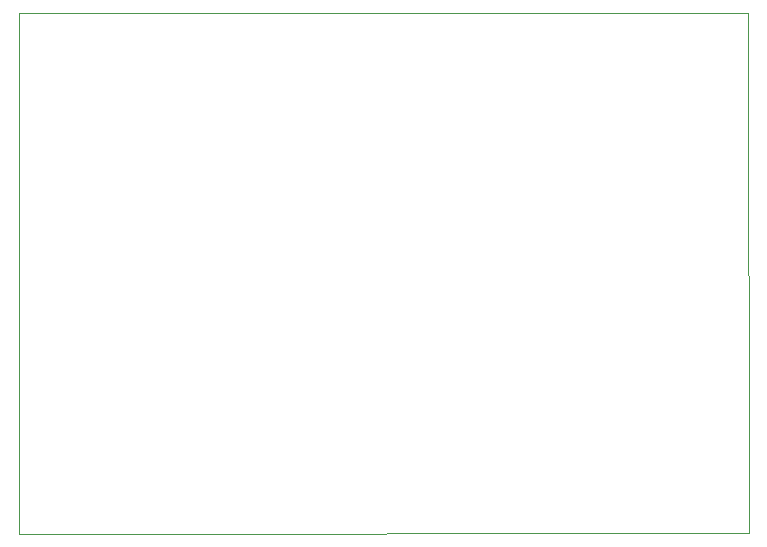
<source format=gbr>
%TF.GenerationSoftware,KiCad,Pcbnew,8.0.5*%
%TF.CreationDate,2024-11-06T17:44:16-08:00*%
%TF.ProjectId,PCB Board and Schematic,50434220-426f-4617-9264-20616e642053,rev?*%
%TF.SameCoordinates,Original*%
%TF.FileFunction,Profile,NP*%
%FSLAX46Y46*%
G04 Gerber Fmt 4.6, Leading zero omitted, Abs format (unit mm)*
G04 Created by KiCad (PCBNEW 8.0.5) date 2024-11-06 17:44:16*
%MOMM*%
%LPD*%
G01*
G04 APERTURE LIST*
%TA.AperFunction,Profile*%
%ADD10C,0.050000*%
%TD*%
G04 APERTURE END LIST*
D10*
X100130000Y-86040000D02*
X161960000Y-86010000D01*
X161930000Y-41960000D02*
X100130000Y-41980000D01*
X161960000Y-86010000D02*
X161930000Y-41960000D01*
X100130000Y-51200000D02*
X100130000Y-86040000D01*
X100130000Y-41980000D02*
X100130000Y-51200000D01*
M02*

</source>
